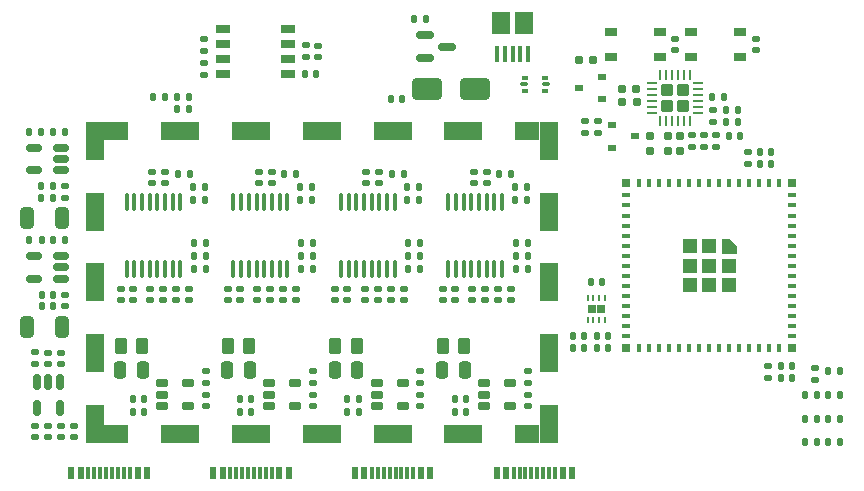
<source format=gbr>
%TF.GenerationSoftware,KiCad,Pcbnew,8.0.5*%
%TF.CreationDate,2025-06-02T18:12:59+02:00*%
%TF.ProjectId,ChrisPCB,43687269-7350-4434-922e-6b696361645f,rev?*%
%TF.SameCoordinates,Original*%
%TF.FileFunction,Paste,Top*%
%TF.FilePolarity,Positive*%
%FSLAX46Y46*%
G04 Gerber Fmt 4.6, Leading zero omitted, Abs format (unit mm)*
G04 Created by KiCad (PCBNEW 8.0.5) date 2025-06-02 18:12:59*
%MOMM*%
%LPD*%
G01*
G04 APERTURE LIST*
G04 Aperture macros list*
%AMRoundRect*
0 Rectangle with rounded corners*
0 $1 Rounding radius*
0 $2 $3 $4 $5 $6 $7 $8 $9 X,Y pos of 4 corners*
0 Add a 4 corners polygon primitive as box body*
4,1,4,$2,$3,$4,$5,$6,$7,$8,$9,$2,$3,0*
0 Add four circle primitives for the rounded corners*
1,1,$1+$1,$2,$3*
1,1,$1+$1,$4,$5*
1,1,$1+$1,$6,$7*
1,1,$1+$1,$8,$9*
0 Add four rect primitives between the rounded corners*
20,1,$1+$1,$2,$3,$4,$5,0*
20,1,$1+$1,$4,$5,$6,$7,0*
20,1,$1+$1,$6,$7,$8,$9,0*
20,1,$1+$1,$8,$9,$2,$3,0*%
G04 Aperture macros list end*
%ADD10C,0.010000*%
%ADD11RoundRect,0.140000X0.140000X0.170000X-0.140000X0.170000X-0.140000X-0.170000X0.140000X-0.170000X0*%
%ADD12RoundRect,0.140000X0.170000X-0.140000X0.170000X0.140000X-0.170000X0.140000X-0.170000X-0.140000X0*%
%ADD13R,0.650000X0.750000*%
%ADD14RoundRect,0.062500X-0.062500X0.187500X-0.062500X-0.187500X0.062500X-0.187500X0.062500X0.187500X0*%
%ADD15R,0.400000X1.350000*%
%ADD16R,1.500000X1.900000*%
%ADD17RoundRect,0.140000X-0.170000X0.140000X-0.170000X-0.140000X0.170000X-0.140000X0.170000X0.140000X0*%
%ADD18RoundRect,0.100000X-0.100000X0.637500X-0.100000X-0.637500X0.100000X-0.637500X0.100000X0.637500X0*%
%ADD19RoundRect,0.135000X0.135000X0.185000X-0.135000X0.185000X-0.135000X-0.185000X0.135000X-0.185000X0*%
%ADD20RoundRect,0.140000X-0.140000X-0.170000X0.140000X-0.170000X0.140000X0.170000X-0.140000X0.170000X0*%
%ADD21RoundRect,0.150000X-0.150000X0.512500X-0.150000X-0.512500X0.150000X-0.512500X0.150000X0.512500X0*%
%ADD22RoundRect,0.150000X0.512500X0.150000X-0.512500X0.150000X-0.512500X-0.150000X0.512500X-0.150000X0*%
%ADD23RoundRect,0.135000X0.185000X-0.135000X0.185000X0.135000X-0.185000X0.135000X-0.185000X-0.135000X0*%
%ADD24RoundRect,0.250000X-0.325000X-0.650000X0.325000X-0.650000X0.325000X0.650000X-0.325000X0.650000X0*%
%ADD25RoundRect,0.250000X0.262500X0.450000X-0.262500X0.450000X-0.262500X-0.450000X0.262500X-0.450000X0*%
%ADD26RoundRect,0.135000X-0.135000X-0.185000X0.135000X-0.185000X0.135000X0.185000X-0.135000X0.185000X0*%
%ADD27RoundRect,0.150000X-0.587500X-0.150000X0.587500X-0.150000X0.587500X0.150000X-0.587500X0.150000X0*%
%ADD28R,0.800000X0.600000*%
%ADD29RoundRect,0.147500X0.147500X0.172500X-0.147500X0.172500X-0.147500X-0.172500X0.147500X-0.172500X0*%
%ADD30RoundRect,0.135000X-0.185000X0.135000X-0.185000X-0.135000X0.185000X-0.135000X0.185000X0.135000X0*%
%ADD31R,0.600000X1.140000*%
%ADD32R,0.300000X1.140000*%
%ADD33RoundRect,0.162500X-0.367500X-0.162500X0.367500X-0.162500X0.367500X0.162500X-0.367500X0.162500X0*%
%ADD34RoundRect,0.250000X0.275000X-0.275000X0.275000X0.275000X-0.275000X0.275000X-0.275000X-0.275000X0*%
%ADD35RoundRect,0.062500X0.062500X-0.350000X0.062500X0.350000X-0.062500X0.350000X-0.062500X-0.350000X0*%
%ADD36RoundRect,0.062500X0.350000X-0.062500X0.350000X0.062500X-0.350000X0.062500X-0.350000X-0.062500X0*%
%ADD37RoundRect,0.160000X0.160000X-0.197500X0.160000X0.197500X-0.160000X0.197500X-0.160000X-0.197500X0*%
%ADD38R,1.300000X0.700000*%
%ADD39RoundRect,0.160000X-0.197500X-0.160000X0.197500X-0.160000X0.197500X0.160000X-0.197500X0.160000X0*%
%ADD40RoundRect,0.160000X-0.160000X0.197500X-0.160000X-0.197500X0.160000X-0.197500X0.160000X0.197500X0*%
%ADD41RoundRect,0.160000X0.197500X0.160000X-0.197500X0.160000X-0.197500X-0.160000X0.197500X-0.160000X0*%
%ADD42R,1.050000X0.650000*%
%ADD43RoundRect,0.250000X0.250000X0.475000X-0.250000X0.475000X-0.250000X-0.475000X0.250000X-0.475000X0*%
%ADD44RoundRect,0.093750X-0.156250X-0.093750X0.156250X-0.093750X0.156250X0.093750X-0.156250X0.093750X0*%
%ADD45RoundRect,0.075000X-0.250000X-0.075000X0.250000X-0.075000X0.250000X0.075000X-0.250000X0.075000X0*%
%ADD46R,1.550000X1.500000*%
%ADD47R,1.550000X1.750000*%
%ADD48R,1.550000X3.300000*%
%ADD49R,2.050000X1.500000*%
%ADD50R,2.100000X1.500000*%
%ADD51R,3.300000X1.500000*%
%ADD52RoundRect,0.250000X-1.000000X-0.650000X1.000000X-0.650000X1.000000X0.650000X-1.000000X0.650000X0*%
%ADD53R,0.400000X0.800000*%
%ADD54R,0.800000X0.400000*%
%ADD55R,1.200000X1.200000*%
%ADD56R,0.800000X0.800000*%
%ADD57RoundRect,0.147500X0.172500X-0.147500X0.172500X0.147500X-0.172500X0.147500X-0.172500X-0.147500X0*%
G04 APERTURE END LIST*
D10*
%TO.C,U2*%
X162100000Y-95400000D02*
X162100000Y-96000000D01*
X160900000Y-96000000D01*
X160900000Y-94800000D01*
X161500000Y-94800000D01*
X162100000Y-95400000D01*
G36*
X162100000Y-95400000D02*
G01*
X162100000Y-96000000D01*
X160900000Y-96000000D01*
X160900000Y-94800000D01*
X161500000Y-94800000D01*
X162100000Y-95400000D01*
G37*
%TD*%
D11*
%TO.C,C16*%
X149256000Y-104002000D03*
X148296000Y-104002000D03*
%TD*%
D12*
%TO.C,C74*%
X105300000Y-91280000D03*
X105300000Y-90320000D03*
%TD*%
D13*
%TO.C,U15*%
X150700000Y-100700000D03*
X149900000Y-100700000D03*
D14*
X151050000Y-99750000D03*
X150550000Y-99750000D03*
X150050000Y-99750000D03*
X149550000Y-99750000D03*
X149550000Y-101650000D03*
X150050000Y-101650000D03*
X150550000Y-101650000D03*
X151050000Y-101650000D03*
%TD*%
D12*
%TO.C,C4*%
X105000000Y-111580000D03*
X105000000Y-110620000D03*
%TD*%
%TO.C,C20*%
X113650000Y-99942500D03*
X113650000Y-98982500D03*
%TD*%
D15*
%TO.C,J11*%
X144500000Y-79162500D03*
X143850000Y-79162500D03*
X143200000Y-79162500D03*
X142550000Y-79162500D03*
X141900000Y-79162500D03*
D16*
X144200000Y-76462500D03*
X142200000Y-76462500D03*
%TD*%
D17*
%TO.C,C46*%
X135400000Y-107982500D03*
X135400000Y-108942500D03*
%TD*%
%TO.C,C60*%
X143100000Y-98982500D03*
X143100000Y-99942500D03*
%TD*%
%TO.C,C6*%
X102800000Y-110620000D03*
X102800000Y-111580000D03*
%TD*%
D18*
%TO.C,U9*%
X142325000Y-91637500D03*
X141675000Y-91637500D03*
X141025000Y-91637500D03*
X140375000Y-91637500D03*
X139725000Y-91637500D03*
X139075000Y-91637500D03*
X138425000Y-91637500D03*
X137775000Y-91637500D03*
X137775000Y-97362500D03*
X138425000Y-97362500D03*
X139075000Y-97362500D03*
X139725000Y-97362500D03*
X140375000Y-97362500D03*
X141025000Y-97362500D03*
X141675000Y-97362500D03*
X142325000Y-97362500D03*
%TD*%
D19*
%TO.C,R33*%
X144510000Y-96262500D03*
X143490000Y-96262500D03*
%TD*%
%TO.C,R16*%
X117160000Y-90362500D03*
X116140000Y-90362500D03*
%TD*%
D17*
%TO.C,C43*%
X135400000Y-105982500D03*
X135400000Y-106942500D03*
%TD*%
D20*
%TO.C,C39*%
X120120000Y-109462500D03*
X121080000Y-109462500D03*
%TD*%
D21*
%TO.C,U1*%
X104850000Y-106862500D03*
X103900000Y-106862500D03*
X102950000Y-106862500D03*
X102950000Y-109137500D03*
X104850000Y-109137500D03*
%TD*%
D12*
%TO.C,C54*%
X141000000Y-90080000D03*
X141000000Y-89120000D03*
%TD*%
D22*
%TO.C,U14*%
X104962500Y-98150000D03*
X104962500Y-97200000D03*
X104962500Y-96250000D03*
X102687500Y-96250000D03*
X102687500Y-98150000D03*
%TD*%
D11*
%TO.C,C12*%
X165080000Y-87420000D03*
X164120000Y-87420000D03*
%TD*%
D17*
%TO.C,C24*%
X115850000Y-98982500D03*
X115850000Y-99942500D03*
%TD*%
D19*
%TO.C,R20*%
X126310000Y-97362500D03*
X125290000Y-97362500D03*
%TD*%
D17*
%TO.C,C22*%
X117250000Y-107982500D03*
X117250000Y-108942500D03*
%TD*%
D19*
%TO.C,R35*%
X144510000Y-95162500D03*
X143490000Y-95162500D03*
%TD*%
D23*
%TO.C,R49*%
X150400000Y-85810000D03*
X150400000Y-84790000D03*
%TD*%
D12*
%TO.C,C35*%
X123800000Y-99942500D03*
X123800000Y-98982500D03*
%TD*%
D18*
%TO.C,U5*%
X124125000Y-91625000D03*
X123475000Y-91625000D03*
X122825000Y-91625000D03*
X122175000Y-91625000D03*
X121525000Y-91625000D03*
X120875000Y-91625000D03*
X120225000Y-91625000D03*
X119575000Y-91625000D03*
X119575000Y-97350000D03*
X120225000Y-97350000D03*
X120875000Y-97350000D03*
X121525000Y-97350000D03*
X122175000Y-97350000D03*
X122825000Y-97350000D03*
X123475000Y-97350000D03*
X124125000Y-97350000D03*
%TD*%
D12*
%TO.C,C32*%
X122700000Y-99942500D03*
X122700000Y-98982500D03*
%TD*%
D19*
%TO.C,R14*%
X117260000Y-97362500D03*
X116240000Y-97362500D03*
%TD*%
D12*
%TO.C,C18*%
X113750000Y-90080000D03*
X113750000Y-89120000D03*
%TD*%
D24*
%TO.C,C7*%
X102125000Y-93000000D03*
X105075000Y-93000000D03*
%TD*%
D11*
%TO.C,C71*%
X115780000Y-83800000D03*
X114820000Y-83800000D03*
%TD*%
D12*
%TO.C,C59*%
X142000000Y-99942500D03*
X142000000Y-98982500D03*
%TD*%
D25*
%TO.C,RF1*%
X111862500Y-103862500D03*
X110037500Y-103862500D03*
%TD*%
D17*
%TO.C,C58*%
X144500000Y-107982500D03*
X144500000Y-108942500D03*
%TD*%
D26*
%TO.C,R52*%
X134890000Y-76200000D03*
X135910000Y-76200000D03*
%TD*%
D19*
%TO.C,R28*%
X135310000Y-90362500D03*
X134290000Y-90362500D03*
%TD*%
%TO.C,R32*%
X144510000Y-97362500D03*
X143490000Y-97362500D03*
%TD*%
%TO.C,R15*%
X117260000Y-96262500D03*
X116240000Y-96262500D03*
%TD*%
D27*
%TO.C,Q3*%
X135762500Y-77550000D03*
X135762500Y-79450000D03*
X137637500Y-78500000D03*
%TD*%
D19*
%TO.C,R12*%
X115860000Y-89262500D03*
X114840000Y-89262500D03*
%TD*%
D12*
%TO.C,C56*%
X140900000Y-99942500D03*
X140900000Y-98982500D03*
%TD*%
D28*
%TO.C,Q2*%
X151590000Y-85150000D03*
X151590000Y-87050000D03*
X153610000Y-86100000D03*
%TD*%
D19*
%TO.C,R21*%
X126310000Y-96262500D03*
X125290000Y-96262500D03*
%TD*%
D29*
%TO.C,LED_INFO4*%
X170919000Y-106000000D03*
X169949000Y-106000000D03*
%TD*%
D30*
%TO.C,R40*%
X160200000Y-83890000D03*
X160200000Y-84910000D03*
%TD*%
D23*
%TO.C,R43*%
X125700000Y-79410000D03*
X125700000Y-78390000D03*
%TD*%
D17*
%TO.C,C9*%
X163800000Y-77820000D03*
X163800000Y-78780000D03*
%TD*%
D11*
%TO.C,C28*%
X112030000Y-108362500D03*
X111070000Y-108362500D03*
%TD*%
%TO.C,C11*%
X165080000Y-88450000D03*
X164120000Y-88450000D03*
%TD*%
%TO.C,C76*%
X104305000Y-99500000D03*
X103345000Y-99500000D03*
%TD*%
D12*
%TO.C,C3*%
X106100000Y-111580000D03*
X106100000Y-110620000D03*
%TD*%
D20*
%TO.C,C15*%
X149820000Y-98414000D03*
X150780000Y-98414000D03*
%TD*%
D29*
%TO.C,LED_PWR2*%
X105285000Y-85700000D03*
X104315000Y-85700000D03*
%TD*%
D11*
%TO.C,C14*%
X166880000Y-106550000D03*
X165920000Y-106550000D03*
%TD*%
D17*
%TO.C,C1*%
X105000000Y-104420000D03*
X105000000Y-105380000D03*
%TD*%
D24*
%TO.C,C8*%
X102125000Y-102200000D03*
X105075000Y-102200000D03*
%TD*%
D17*
%TO.C,C57*%
X139800000Y-98982500D03*
X139800000Y-99942500D03*
%TD*%
%TO.C,C25*%
X110050000Y-98982500D03*
X110050000Y-99942500D03*
%TD*%
D19*
%TO.C,R18*%
X124910000Y-89262500D03*
X123890000Y-89262500D03*
%TD*%
D31*
%TO.C,J7*%
X105850000Y-114562500D03*
X106650000Y-114562500D03*
D32*
X107800000Y-114562500D03*
X108800000Y-114562500D03*
X109300000Y-114562500D03*
X110300000Y-114562500D03*
D31*
X112250000Y-114562500D03*
X111450000Y-114562500D03*
D32*
X110800000Y-114562500D03*
X109800000Y-114562500D03*
X108300000Y-114562500D03*
X107300000Y-114562500D03*
%TD*%
D29*
%TO.C,LED_PWR1*%
X162470000Y-86100000D03*
X161500000Y-86100000D03*
%TD*%
D19*
%TO.C,R29*%
X135410000Y-95162500D03*
X134390000Y-95162500D03*
%TD*%
D25*
%TO.C,RF3*%
X130012500Y-103862500D03*
X128187500Y-103862500D03*
%TD*%
D17*
%TO.C,C21*%
X112550000Y-98982500D03*
X112550000Y-99942500D03*
%TD*%
%TO.C,C53*%
X139900000Y-89120000D03*
X139900000Y-90080000D03*
%TD*%
D33*
%TO.C,U8*%
X131700000Y-107012500D03*
X131700000Y-107962500D03*
X131700000Y-108912500D03*
X133900000Y-108912500D03*
X133900000Y-107012500D03*
%TD*%
D12*
%TO.C,C78*%
X105325000Y-100480000D03*
X105325000Y-99520000D03*
%TD*%
D11*
%TO.C,C64*%
X139280000Y-108362500D03*
X138320000Y-108362500D03*
%TD*%
D12*
%TO.C,C62*%
X138300000Y-99942500D03*
X138300000Y-98982500D03*
%TD*%
D28*
%TO.C,Q1*%
X150810000Y-82950000D03*
X150810000Y-81050000D03*
X148790000Y-82000000D03*
%TD*%
D19*
%TO.C,R17*%
X117260000Y-95162500D03*
X116240000Y-95162500D03*
%TD*%
D17*
%TO.C,C17*%
X112650000Y-89120000D03*
X112650000Y-90080000D03*
%TD*%
%TO.C,C41*%
X130800000Y-89120000D03*
X130800000Y-90080000D03*
%TD*%
D11*
%TO.C,C66*%
X162260000Y-83900000D03*
X161300000Y-83900000D03*
%TD*%
D34*
%TO.C,U12*%
X156300000Y-83500000D03*
X157600000Y-83500000D03*
X156300000Y-82200000D03*
X157600000Y-82200000D03*
D35*
X155700000Y-84787500D03*
X156200000Y-84787500D03*
X156700000Y-84787500D03*
X157200000Y-84787500D03*
X157700000Y-84787500D03*
X158200000Y-84787500D03*
D36*
X158887500Y-84100000D03*
X158887500Y-83600000D03*
X158887500Y-83100000D03*
X158887500Y-82600000D03*
X158887500Y-82100000D03*
X158887500Y-81600000D03*
D35*
X158200000Y-80912500D03*
X157700000Y-80912500D03*
X157200000Y-80912500D03*
X156700000Y-80912500D03*
X156200000Y-80912500D03*
X155700000Y-80912500D03*
D36*
X155012500Y-81600000D03*
X155012500Y-82100000D03*
X155012500Y-82600000D03*
X155012500Y-83100000D03*
X155012500Y-83600000D03*
X155012500Y-84100000D03*
%TD*%
D19*
%TO.C,R19*%
X126210000Y-91462500D03*
X125190000Y-91462500D03*
%TD*%
D20*
%TO.C,C27*%
X111070000Y-109462500D03*
X112030000Y-109462500D03*
%TD*%
D11*
%TO.C,C77*%
X104305000Y-100500000D03*
X103345000Y-100500000D03*
%TD*%
D12*
%TO.C,C69*%
X117100000Y-80880000D03*
X117100000Y-79920000D03*
%TD*%
D26*
%TO.C,R2*%
X167990000Y-110000000D03*
X169010000Y-110000000D03*
%TD*%
D30*
%TO.C,R47*%
X149300000Y-84790000D03*
X149300000Y-85810000D03*
%TD*%
D17*
%TO.C,C10*%
X157000000Y-77820000D03*
X157000000Y-78780000D03*
%TD*%
D30*
%TO.C,R3*%
X102800000Y-104390000D03*
X102800000Y-105410000D03*
%TD*%
D11*
%TO.C,C67*%
X162260000Y-84900000D03*
X161300000Y-84900000D03*
%TD*%
D17*
%TO.C,C61*%
X137300000Y-98982500D03*
X137300000Y-99942500D03*
%TD*%
D26*
%TO.C,R53*%
X102305000Y-94905000D03*
X103325000Y-94905000D03*
%TD*%
D17*
%TO.C,C36*%
X124900000Y-98982500D03*
X124900000Y-99942500D03*
%TD*%
D30*
%TO.C,R6*%
X163100000Y-87440000D03*
X163100000Y-88460000D03*
%TD*%
D37*
%TO.C,R41*%
X157400000Y-87297500D03*
X157400000Y-86102500D03*
%TD*%
D38*
%TO.C,IC1*%
X118650000Y-76995000D03*
X118650000Y-78265000D03*
X118650000Y-79535000D03*
X118650000Y-80805000D03*
X124150000Y-80805000D03*
X124150000Y-79535000D03*
X124150000Y-78265000D03*
X124150000Y-76995000D03*
%TD*%
D39*
%TO.C,R39*%
X152500000Y-82100000D03*
X153695000Y-82100000D03*
%TD*%
D26*
%TO.C,R4*%
X167990000Y-108000000D03*
X169010000Y-108000000D03*
%TD*%
D17*
%TO.C,C2*%
X103900000Y-104420000D03*
X103900000Y-105380000D03*
%TD*%
D12*
%TO.C,C42*%
X131900000Y-90080000D03*
X131900000Y-89120000D03*
%TD*%
%TO.C,C65*%
X159400000Y-86980000D03*
X159400000Y-86020000D03*
%TD*%
D17*
%TO.C,C55*%
X144500000Y-105982500D03*
X144500000Y-106942500D03*
%TD*%
D12*
%TO.C,C68*%
X158400000Y-86980000D03*
X158400000Y-86020000D03*
%TD*%
%TO.C,C47*%
X132900000Y-99942500D03*
X132900000Y-98982500D03*
%TD*%
D19*
%TO.C,R22*%
X126210000Y-90362500D03*
X125190000Y-90362500D03*
%TD*%
D26*
%TO.C,R1*%
X167990000Y-112000000D03*
X169010000Y-112000000D03*
%TD*%
D18*
%TO.C,U7*%
X133225000Y-91637500D03*
X132575000Y-91637500D03*
X131925000Y-91637500D03*
X131275000Y-91637500D03*
X130625000Y-91637500D03*
X129975000Y-91637500D03*
X129325000Y-91637500D03*
X128675000Y-91637500D03*
X128675000Y-97362500D03*
X129325000Y-97362500D03*
X129975000Y-97362500D03*
X130625000Y-97362500D03*
X131275000Y-97362500D03*
X131925000Y-97362500D03*
X132575000Y-97362500D03*
X133225000Y-97362500D03*
%TD*%
D31*
%TO.C,J8*%
X117850000Y-114562500D03*
X118650000Y-114562500D03*
D32*
X119800000Y-114562500D03*
X120800000Y-114562500D03*
X121300000Y-114562500D03*
X122300000Y-114562500D03*
D31*
X124250000Y-114562500D03*
X123450000Y-114562500D03*
D32*
X122800000Y-114562500D03*
X121800000Y-114562500D03*
X120300000Y-114562500D03*
X119300000Y-114562500D03*
%TD*%
D31*
%TO.C,J9*%
X129850000Y-114562500D03*
X130650000Y-114562500D03*
D32*
X131800000Y-114562500D03*
X132800000Y-114562500D03*
X133300000Y-114562500D03*
X134300000Y-114562500D03*
D31*
X136250000Y-114562500D03*
X135450000Y-114562500D03*
D32*
X134800000Y-114562500D03*
X133800000Y-114562500D03*
X132300000Y-114562500D03*
X131300000Y-114562500D03*
%TD*%
D12*
%TO.C,C30*%
X122800000Y-90067500D03*
X122800000Y-89107500D03*
%TD*%
D17*
%TO.C,C49*%
X128200000Y-98982500D03*
X128200000Y-99942500D03*
%TD*%
D26*
%TO.C,R51*%
X102290000Y-85700000D03*
X103310000Y-85700000D03*
%TD*%
D17*
%TO.C,C34*%
X126300000Y-107982500D03*
X126300000Y-108942500D03*
%TD*%
D29*
%TO.C,LED_INFO1*%
X170919000Y-112000000D03*
X169949000Y-112000000D03*
%TD*%
D11*
%TO.C,C13*%
X166880000Y-105550000D03*
X165920000Y-105550000D03*
%TD*%
%TO.C,C40*%
X121080000Y-108362500D03*
X120120000Y-108362500D03*
%TD*%
%TO.C,C79*%
X149256000Y-102986000D03*
X148296000Y-102986000D03*
%TD*%
D22*
%TO.C,U13*%
X104937500Y-88950000D03*
X104937500Y-88000000D03*
X104937500Y-87050000D03*
X102662500Y-87050000D03*
X102662500Y-88950000D03*
%TD*%
D40*
%TO.C,R50*%
X154800000Y-86102500D03*
X154800000Y-87297500D03*
%TD*%
D11*
%TO.C,C70*%
X126580000Y-80800000D03*
X125620000Y-80800000D03*
%TD*%
D17*
%TO.C,C5*%
X103900000Y-110620000D03*
X103900000Y-111580000D03*
%TD*%
%TO.C,C37*%
X119100000Y-98982500D03*
X119100000Y-99942500D03*
%TD*%
D11*
%TO.C,C52*%
X130180000Y-108362500D03*
X129220000Y-108362500D03*
%TD*%
D17*
%TO.C,C45*%
X130700000Y-98982500D03*
X130700000Y-99942500D03*
%TD*%
D19*
%TO.C,R25*%
X135310000Y-91462500D03*
X134290000Y-91462500D03*
%TD*%
D41*
%TO.C,R38*%
X153700000Y-83200000D03*
X152505000Y-83200000D03*
%TD*%
D20*
%TO.C,C63*%
X138320000Y-109462500D03*
X139280000Y-109462500D03*
%TD*%
D42*
%TO.C,RESET_SWITCH1*%
X155675000Y-79375000D03*
X151525000Y-79375000D03*
X155675000Y-77225000D03*
X151525000Y-77225000D03*
%TD*%
D19*
%TO.C,R31*%
X144410000Y-91462500D03*
X143390000Y-91462500D03*
%TD*%
D25*
%TO.C,RF4*%
X139112500Y-103862500D03*
X137287500Y-103862500D03*
%TD*%
D43*
%TO.C,CF4*%
X139150000Y-105862500D03*
X137250000Y-105862500D03*
%TD*%
D23*
%TO.C,R5*%
X168800000Y-106710000D03*
X168800000Y-105690000D03*
%TD*%
D44*
%TO.C,U11*%
X144250000Y-81162500D03*
D45*
X144175000Y-81700000D03*
D44*
X144250000Y-82237500D03*
X145950000Y-82237500D03*
D45*
X146025000Y-81700000D03*
D44*
X145950000Y-81162500D03*
%TD*%
D43*
%TO.C,CF1*%
X111900000Y-105862500D03*
X110000000Y-105862500D03*
%TD*%
D18*
%TO.C,U3*%
X115075000Y-91625000D03*
X114425000Y-91625000D03*
X113775000Y-91625000D03*
X113125000Y-91625000D03*
X112475000Y-91625000D03*
X111825000Y-91625000D03*
X111175000Y-91625000D03*
X110525000Y-91625000D03*
X110525000Y-97350000D03*
X111175000Y-97350000D03*
X111825000Y-97350000D03*
X112475000Y-97350000D03*
X113125000Y-97350000D03*
X113775000Y-97350000D03*
X114425000Y-97350000D03*
X115075000Y-97350000D03*
%TD*%
D40*
%TO.C,R42*%
X156400000Y-86100000D03*
X156400000Y-87295000D03*
%TD*%
D11*
%TO.C,C73*%
X104280000Y-90300000D03*
X103320000Y-90300000D03*
%TD*%
D19*
%TO.C,R26*%
X135410000Y-97362500D03*
X134390000Y-97362500D03*
%TD*%
%TO.C,R23*%
X126310000Y-95162500D03*
X125290000Y-95162500D03*
%TD*%
%TO.C,R30*%
X143110000Y-89262500D03*
X142090000Y-89262500D03*
%TD*%
D17*
%TO.C,C31*%
X126300000Y-105982500D03*
X126300000Y-106942500D03*
%TD*%
D19*
%TO.C,R34*%
X144410000Y-90362500D03*
X143390000Y-90362500D03*
%TD*%
D11*
%TO.C,C81*%
X151288000Y-102986000D03*
X150328000Y-102986000D03*
%TD*%
D30*
%TO.C,R46*%
X117100000Y-77890000D03*
X117100000Y-78910000D03*
%TD*%
D26*
%TO.C,R37*%
X160090000Y-82800000D03*
X161110000Y-82800000D03*
%TD*%
D19*
%TO.C,R24*%
X134010000Y-89262500D03*
X132990000Y-89262500D03*
%TD*%
D42*
%TO.C,BOOT_SWITCH1*%
X162475000Y-79375000D03*
X158325000Y-79375000D03*
X162475000Y-77225000D03*
X158325000Y-77225000D03*
%TD*%
D19*
%TO.C,R27*%
X135410000Y-96262500D03*
X134390000Y-96262500D03*
%TD*%
D33*
%TO.C,U6*%
X122600000Y-107012500D03*
X122600000Y-107962500D03*
X122600000Y-108912500D03*
X124800000Y-108912500D03*
X124800000Y-107012500D03*
%TD*%
D46*
%TO.C,J6*%
X107825000Y-85612500D03*
D47*
X107825000Y-87237500D03*
D48*
X107825000Y-92462500D03*
X107825000Y-98462500D03*
X107825000Y-104462500D03*
D47*
X107825000Y-109687500D03*
D46*
X107825000Y-111312500D03*
D49*
X109625000Y-85612500D03*
D50*
X109650000Y-111312500D03*
D51*
X115050000Y-85612500D03*
X115050000Y-111312500D03*
X121050000Y-85612500D03*
X121050000Y-111312500D03*
X127050000Y-85612500D03*
X127050000Y-111312500D03*
X133050000Y-85612500D03*
X133050000Y-111312500D03*
X139050000Y-85612500D03*
X139050000Y-111312500D03*
D50*
X144450000Y-85612500D03*
X144450000Y-111312500D03*
D46*
X146275000Y-85612500D03*
D47*
X146275000Y-87237500D03*
D48*
X146275000Y-92462500D03*
X146275000Y-98462500D03*
X146275000Y-104462500D03*
D47*
X146275000Y-109687500D03*
D46*
X146275000Y-111312500D03*
%TD*%
D31*
%TO.C,J10*%
X141850000Y-114562500D03*
X142650000Y-114562500D03*
D32*
X143800000Y-114562500D03*
X144800000Y-114562500D03*
X145300000Y-114562500D03*
X146300000Y-114562500D03*
D31*
X148250000Y-114562500D03*
X147450000Y-114562500D03*
D32*
X146800000Y-114562500D03*
X145800000Y-114562500D03*
X144300000Y-114562500D03*
X143300000Y-114562500D03*
%TD*%
D12*
%TO.C,C50*%
X129200000Y-99942500D03*
X129200000Y-98982500D03*
%TD*%
D20*
%TO.C,C75*%
X132920000Y-82900000D03*
X133880000Y-82900000D03*
%TD*%
D30*
%TO.C,R36*%
X160400000Y-85990000D03*
X160400000Y-87010000D03*
%TD*%
D52*
%TO.C,D1*%
X136000000Y-82100000D03*
X140000000Y-82100000D03*
%TD*%
D29*
%TO.C,LED_PWR3*%
X105300000Y-94900000D03*
X104330000Y-94900000D03*
%TD*%
D17*
%TO.C,C33*%
X121600000Y-98982500D03*
X121600000Y-99942500D03*
%TD*%
D19*
%TO.C,R48*%
X115810000Y-82800000D03*
X114790000Y-82800000D03*
%TD*%
D33*
%TO.C,U10*%
X140800000Y-107012500D03*
X140800000Y-107962500D03*
X140800000Y-108912500D03*
X143000000Y-108912500D03*
X143000000Y-107012500D03*
%TD*%
D29*
%TO.C,LED_INFO3*%
X170919000Y-108000000D03*
X169949000Y-108000000D03*
%TD*%
D17*
%TO.C,C48*%
X134000000Y-98982500D03*
X134000000Y-99942500D03*
%TD*%
D11*
%TO.C,C80*%
X151288000Y-104002000D03*
X150328000Y-104002000D03*
%TD*%
D19*
%TO.C,R44*%
X113810000Y-82800000D03*
X112790000Y-82800000D03*
%TD*%
D33*
%TO.C,U4*%
X113550000Y-107012500D03*
X113550000Y-107962500D03*
X113550000Y-108912500D03*
X115750000Y-108912500D03*
X115750000Y-107012500D03*
%TD*%
D17*
%TO.C,C29*%
X121700000Y-89107500D03*
X121700000Y-90067500D03*
%TD*%
%TO.C,C19*%
X117250000Y-105982500D03*
X117250000Y-106942500D03*
%TD*%
D53*
%TO.C,U2*%
X165800000Y-90050000D03*
X164950000Y-90050000D03*
X164100000Y-90050000D03*
X163250000Y-90050000D03*
X162400000Y-90050000D03*
X161550000Y-90050000D03*
X160700000Y-90050000D03*
X159850000Y-90050000D03*
X159000000Y-90050000D03*
X158150000Y-90050000D03*
X157300000Y-90050000D03*
X156450000Y-90050000D03*
X155600000Y-90050000D03*
X154750000Y-90050000D03*
X153900000Y-90050000D03*
D54*
X152850000Y-91100000D03*
X152850000Y-91950000D03*
X152850000Y-92800000D03*
X152850000Y-93650000D03*
X152850000Y-94500000D03*
X152850000Y-95350000D03*
X152850000Y-96200000D03*
X152850000Y-97050000D03*
X152850000Y-97900000D03*
X152850000Y-98750000D03*
X152850000Y-99600000D03*
X152850000Y-100450000D03*
X152850000Y-101300000D03*
X152850000Y-102150000D03*
X152850000Y-103000000D03*
D53*
X153900000Y-104050000D03*
X154750000Y-104050000D03*
X155600000Y-104050000D03*
X156450000Y-104050000D03*
X157300000Y-104050000D03*
X158150000Y-104050000D03*
X159000000Y-104050000D03*
X159850000Y-104050000D03*
X160700000Y-104050000D03*
X161550000Y-104050000D03*
X162400000Y-104050000D03*
X163250000Y-104050000D03*
X164100000Y-104050000D03*
X164950000Y-104050000D03*
X165800000Y-104050000D03*
D54*
X166850000Y-103000000D03*
X166850000Y-102150000D03*
X166850000Y-101300000D03*
X166850000Y-100450000D03*
X166850000Y-99600000D03*
X166850000Y-98750000D03*
X166850000Y-97900000D03*
X166850000Y-97050000D03*
X166850000Y-96200000D03*
X166850000Y-95350000D03*
X166850000Y-94500000D03*
X166850000Y-93650000D03*
X166850000Y-92800000D03*
X166850000Y-91950000D03*
X166850000Y-91100000D03*
D55*
X159850000Y-97050000D03*
X161500000Y-97050000D03*
X161500000Y-98700000D03*
X159850000Y-98700000D03*
X158200000Y-98700000D03*
X158200000Y-97050000D03*
X158200000Y-95400000D03*
X159850000Y-95400000D03*
D56*
X166850000Y-90050000D03*
X152850000Y-90050000D03*
X152850000Y-104050000D03*
X166850000Y-104050000D03*
%TD*%
D12*
%TO.C,C23*%
X114750000Y-99942500D03*
X114750000Y-98982500D03*
%TD*%
D11*
%TO.C,C72*%
X104280000Y-91300000D03*
X103320000Y-91300000D03*
%TD*%
D12*
%TO.C,C26*%
X111050000Y-99942500D03*
X111050000Y-98982500D03*
%TD*%
D29*
%TO.C,LED_INFO2*%
X170919000Y-110000000D03*
X169949000Y-110000000D03*
%TD*%
D57*
%TO.C,LED_CHRG1*%
X126700000Y-79385000D03*
X126700000Y-78415000D03*
%TD*%
D12*
%TO.C,C44*%
X131800000Y-99942500D03*
X131800000Y-98982500D03*
%TD*%
D39*
%TO.C,R45*%
X148802500Y-79600000D03*
X149997500Y-79600000D03*
%TD*%
D23*
%TO.C,R7*%
X164800000Y-106560000D03*
X164800000Y-105540000D03*
%TD*%
D25*
%TO.C,RF2*%
X120912500Y-103862500D03*
X119087500Y-103862500D03*
%TD*%
D43*
%TO.C,CF3*%
X130050000Y-105862500D03*
X128150000Y-105862500D03*
%TD*%
D19*
%TO.C,R13*%
X117160000Y-91462500D03*
X116140000Y-91462500D03*
%TD*%
D20*
%TO.C,C51*%
X129220000Y-109462500D03*
X130180000Y-109462500D03*
%TD*%
D43*
%TO.C,CF2*%
X120950000Y-105862500D03*
X119050000Y-105862500D03*
%TD*%
D12*
%TO.C,C38*%
X120100000Y-99942500D03*
X120100000Y-98982500D03*
%TD*%
M02*

</source>
